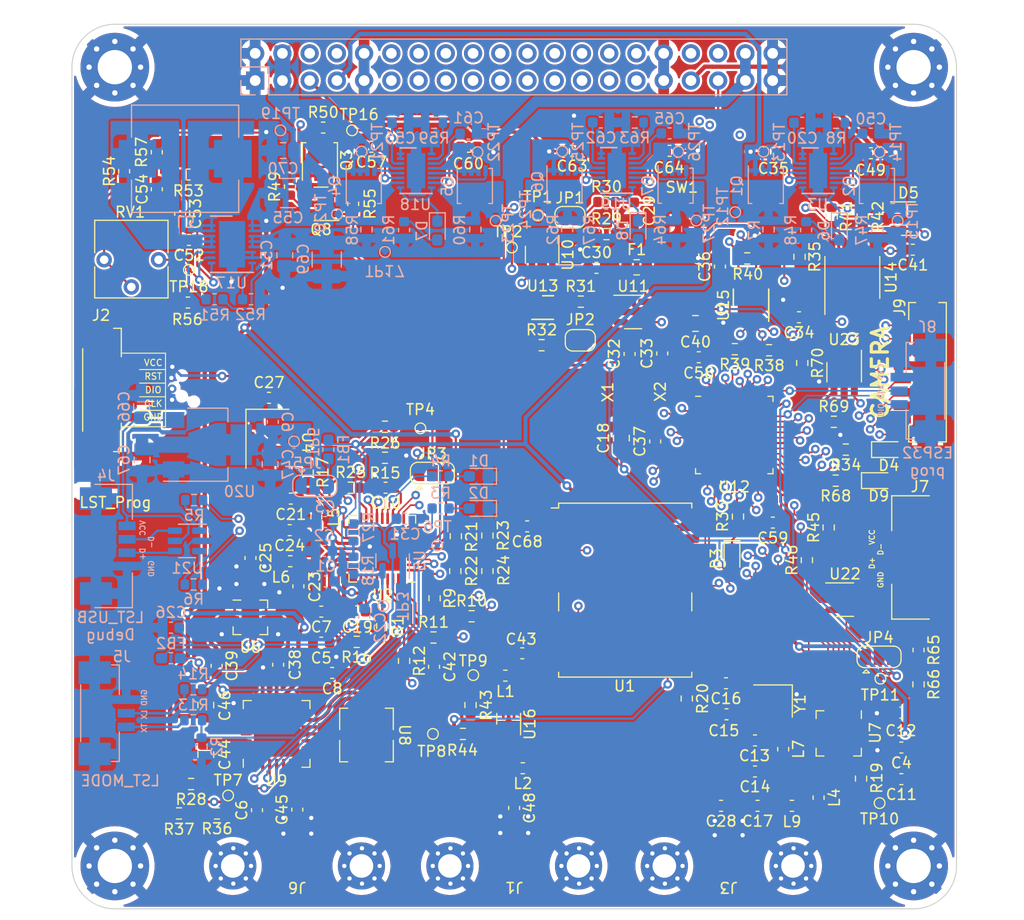
<source format=kicad_pcb>
(kicad_pcb (version 20211014) (generator pcbnew)

  (general
    (thickness 4.69)
  )

  (paper "A4")
  (layers
    (0 "F.Cu" signal)
    (1 "In1.Cu" signal)
    (2 "In2.Cu" signal)
    (31 "B.Cu" signal)
    (32 "B.Adhes" user "B.Adhesive")
    (33 "F.Adhes" user "F.Adhesive")
    (34 "B.Paste" user)
    (35 "F.Paste" user)
    (36 "B.SilkS" user "B.Silkscreen")
    (37 "F.SilkS" user "F.Silkscreen")
    (38 "B.Mask" user)
    (39 "F.Mask" user)
    (40 "Dwgs.User" user "User.Drawings")
    (41 "Cmts.User" user "User.Comments")
    (42 "Eco1.User" user "User.Eco1")
    (43 "Eco2.User" user "User.Eco2")
    (44 "Edge.Cuts" user)
    (45 "Margin" user)
    (46 "B.CrtYd" user "B.Courtyard")
    (47 "F.CrtYd" user "F.Courtyard")
    (48 "B.Fab" user)
    (49 "F.Fab" user)
    (50 "User.1" user)
    (51 "User.2" user)
    (52 "User.3" user)
    (53 "User.4" user)
    (54 "User.5" user)
    (55 "User.6" user)
    (56 "User.7" user)
    (57 "User.8" user)
    (58 "User.9" user)
  )

  (setup
    (stackup
      (layer "F.SilkS" (type "Top Silk Screen"))
      (layer "F.Paste" (type "Top Solder Paste"))
      (layer "F.Mask" (type "Top Solder Mask") (thickness 0.01))
      (layer "F.Cu" (type "copper") (thickness 0.035))
      (layer "dielectric 1" (type "core") (thickness 1.51) (material "FR4") (epsilon_r 4.5) (loss_tangent 0.02))
      (layer "In1.Cu" (type "copper") (thickness 0.035))
      (layer "dielectric 2" (type "prepreg") (thickness 1.51) (material "FR4") (epsilon_r 4.5) (loss_tangent 0.02))
      (layer "In2.Cu" (type "copper") (thickness 0.035))
      (layer "dielectric 3" (type "core") (thickness 1.51) (material "FR4") (epsilon_r 4.5) (loss_tangent 0.02))
      (layer "B.Cu" (type "copper") (thickness 0.035))
      (layer "B.Mask" (type "Bottom Solder Mask") (thickness 0.01))
      (layer "B.Paste" (type "Bottom Solder Paste"))
      (layer "B.SilkS" (type "Bottom Silk Screen"))
      (copper_finish "None")
      (dielectric_constraints no)
    )
    (pad_to_mask_clearance 0)
    (pcbplotparams
      (layerselection 0x00010fc_ffffffff)
      (disableapertmacros false)
      (usegerberextensions false)
      (usegerberattributes true)
      (usegerberadvancedattributes true)
      (creategerberjobfile true)
      (svguseinch false)
      (svgprecision 6)
      (excludeedgelayer true)
      (plotframeref false)
      (viasonmask false)
      (mode 1)
      (useauxorigin false)
      (hpglpennumber 1)
      (hpglpenspeed 20)
      (hpglpendiameter 15.000000)
      (dxfpolygonmode true)
      (dxfimperialunits true)
      (dxfusepcbnewfont true)
      (psnegative false)
      (psa4output false)
      (plotreference true)
      (plotvalue true)
      (plotinvisibletext false)
      (sketchpadsonfab false)
      (subtractmaskfromsilk false)
      (outputformat 1)
      (mirror false)
      (drillshape 1)
      (scaleselection 1)
      (outputdirectory "")
    )
  )

  (net 0 "")
  (net 1 "Net-(C1-Pad1)")
  (net 2 "GND")
  (net 3 "+3V3")
  (net 4 "/OpenLST (Beacon)/PA_VAPC")
  (net 5 "+3V8")
  (net 6 "/OpenLST (Beacon)/VDD_USB_LST")
  (net 7 "Net-(C12-Pad1)")
  (net 8 "Net-(C13-Pad2)")
  (net 9 "Net-(C15-Pad1)")
  (net 10 "Net-(C16-Pad1)")
  (net 11 "Net-(C17-Pad1)")
  (net 12 "Net-(C17-Pad2)")
  (net 13 "/MCU/MCU_POWER")
  (net 14 "Net-(C19-Pad1)")
  (net 15 "/3V3 power share/VCC_EN")
  (net 16 "Net-(C21-Pad2)")
  (net 17 "Net-(C22-Pad1)")
  (net 18 "Net-(C23-Pad2)")
  (net 19 "Net-(C24-Pad1)")
  (net 20 "Net-(C24-Pad2)")
  (net 21 "Net-(C25-Pad2)")
  (net 22 "Net-(C26-Pad1)")
  (net 23 "Net-(C29-Pad1)")
  (net 24 "/3V3 power share/EPS#1")
  (net 25 "Net-(C35-Pad2)")
  (net 26 "Net-(C38-Pad1)")
  (net 27 "Net-(C38-Pad2)")
  (net 28 "Net-(C39-Pad1)")
  (net 29 "Net-(C39-Pad2)")
  (net 30 "/MCU/VREF")
  (net 31 "Net-(C42-Pad1)")
  (net 32 "Net-(C43-Pad1)")
  (net 33 "Net-(C43-Pad2)")
  (net 34 "Net-(C45-Pad1)")
  (net 35 "Net-(C45-Pad2)")
  (net 36 "Net-(C48-Pad1)")
  (net 37 "Net-(C48-Pad2)")
  (net 38 "Net-(C49-Pad1)")
  (net 39 "/3V3 power share/EPS#2")
  (net 40 "Net-(C50-Pad1)")
  (net 41 "VIN")
  (net 42 "Net-(C52-Pad1)")
  (net 43 "Net-(C52-Pad2)")
  (net 44 "Net-(C53-Pad1)")
  (net 45 "Net-(C54-Pad1)")
  (net 46 "/Power Convertor/VBAT1/VCC_EN")
  (net 47 "/Power Convertor/EPS#1_VBAT")
  (net 48 "Net-(C57-Pad2)")
  (net 49 "Net-(C60-Pad1)")
  (net 50 "/Power Convertor/EPS#2_VBAT")
  (net 51 "Net-(C61-Pad1)")
  (net 52 "/5V power share/VCC_EN")
  (net 53 "/5V power share/EPS#1")
  (net 54 "Net-(C63-Pad2)")
  (net 55 "Net-(C64-Pad1)")
  (net 56 "/5V power share/EPS#2")
  (net 57 "Net-(C65-Pad1)")
  (net 58 "/OpenLST (Beacon)/USB_POWER_LST")
  (net 59 "Net-(D1-Pad2)")
  (net 60 "Net-(D2-Pad2)")
  (net 61 "Net-(D3-Pad1)")
  (net 62 "Net-(D4-Pad1)")
  (net 63 "/MCU/CAN_L")
  (net 64 "/MCU/CAN_H")
  (net 65 "Net-(D6-Pad1)")
  (net 66 "Net-(D6-Pad2)")
  (net 67 "Net-(D7-Pad1)")
  (net 68 "Net-(D7-Pad2)")
  (net 69 "Net-(D8-Pad1)")
  (net 70 "Net-(D8-Pad2)")
  (net 71 "Net-(D9-Pad1)")
  (net 72 "Net-(F1-Pad2)")
  (net 73 "Net-(FB1-Pad1)")
  (net 74 "/OpenLST (Beacon)/PROG_DD")
  (net 75 "/OpenLST (Beacon)/PROG_DC")
  (net 76 "/OpenLST (Beacon)/~{LST_RESET}")
  (net 77 "/MCU/USB_POWER")
  (net 78 "/MCU/SWCLK")
  (net 79 "/MCU/SWDIO")
  (net 80 "/MCU/QSPI_D1{slash}CAM_CSN")
  (net 81 "/MCU/QSPI_D2{slash}CAM_MOSI")
  (net 82 "/MCU/QSPI_D3{slash}CAM_MISO")
  (net 83 "/MCU/LED1_QSPI")
  (net 84 "+5V")
  (net 85 "/I2C_SDA")
  (net 86 "/I2C_SCL")
  (net 87 "unconnected-(J12-Pad6)")
  (net 88 "unconnected-(J12-Pad8)")
  (net 89 "unconnected-(J12-Pad11)")
  (net 90 "unconnected-(J12-Pad12)")
  (net 91 "unconnected-(J12-Pad13)")
  (net 92 "unconnected-(J12-Pad14)")
  (net 93 "unconnected-(J12-Pad15)")
  (net 94 "unconnected-(J12-Pad16)")
  (net 95 "unconnected-(J12-Pad17)")
  (net 96 "unconnected-(J12-Pad18)")
  (net 97 "/MCU/RS_485_~{B}")
  (net 98 "/MCU/RS_485_A")
  (net 99 "unconnected-(J12-Pad23)")
  (net 100 "unconnected-(J12-Pad24)")
  (net 101 "/MCU/LED1_CAM")
  (net 102 "/MCU/QSPI_SCK")
  (net 103 "/MCU/QSPI_NCS")
  (net 104 "unconnected-(J12-Pad34)")
  (net 105 "unconnected-(J12-Pad36)")
  (net 106 "Net-(JP1-Pad1)")
  (net 107 "/MCU/NRST")
  (net 108 "Net-(JP2-Pad1)")
  (net 109 "Net-(JP2-Pad2)")
  (net 110 "/OpenLST (Beacon)/RF_EN")
  (net 111 "/OpenLST (Beacon)/RF_EN_MCU")
  (net 112 "/OpenLST (Beacon)/RF_PWR_EN")
  (net 113 "Net-(JP4-Pad3)")
  (net 114 "/MCU/VDD_USB")
  (net 115 "Net-(L3-Pad1)")
  (net 116 "Net-(L3-Pad2)")
  (net 117 "Net-(L4-Pad1)")
  (net 118 "Net-(L4-Pad2)")
  (net 119 "Net-(Q1-Pad5)")
  (net 120 "Net-(Q1-Pad4)")
  (net 121 "Net-(Q2-Pad4)")
  (net 122 "Net-(Q2-Pad5)")
  (net 123 "Net-(Q3-Pad4)")
  (net 124 "Net-(Q3-Pad5)")
  (net 125 "Net-(Q4-Pad5)")
  (net 126 "Net-(Q4-Pad4)")
  (net 127 "Net-(Q5-Pad4)")
  (net 128 "Net-(Q5-Pad5)")
  (net 129 "Net-(Q6-Pad5)")
  (net 130 "Net-(Q6-Pad4)")
  (net 131 "Net-(Q7-Pad4)")
  (net 132 "Net-(Q7-Pad5)")
  (net 133 "/OpenLST (Beacon)/~{LST_RX_MODE}")
  (net 134 "/OpenLST (Beacon)/LST_TX_MODE")
  (net 135 "Net-(R3-Pad2)")
  (net 136 "Net-(R4-Pad2)")
  (net 137 "Net-(R5-Pad1)")
  (net 138 "/OpenLST (Beacon)/USB_N")
  (net 139 "/OpenLST (Beacon)/USB_P")
  (net 140 "Net-(R6-Pad2)")
  (net 141 "Net-(R8-Pad2)")
  (net 142 "Net-(R9-Pad1)")
  (net 143 "/OpenLST (Beacon)/UART0_CTS")
  (net 144 "Net-(R10-Pad1)")
  (net 145 "/OpenLST (Beacon)/UART0_RTS")
  (net 146 "Net-(R11-Pad1)")
  (net 147 "/OpenLST (Beacon)/UART0_RX")
  (net 148 "Net-(R12-Pad1)")
  (net 149 "/OpenLST (Beacon)/UART0_TX")
  (net 150 "Net-(R15-Pad2)")
  (net 151 "Net-(R16-Pad2)")
  (net 152 "Net-(R17-Pad1)")
  (net 153 "Net-(R17-Pad2)")
  (net 154 "Net-(R19-Pad2)")
  (net 155 "/OpenLST (Beacon)/AN0")
  (net 156 "/OpenLST (Beacon)/AN1")
  (net 157 "Net-(R25-Pad2)")
  (net 158 "/OpenLST (Beacon)/RF_BYP")
  (net 159 "Net-(R32-Pad1)")
  (net 160 "/MCU/LED2")
  (net 161 "/MCU/CAN_RS")
  (net 162 "/MCU/RS_485_R_EN")
  (net 163 "/MCU/RS_485_T_EN")
  (net 164 "Net-(R43-Pad2)")
  (net 165 "Net-(R44-Pad1)")
  (net 166 "Net-(R44-Pad2)")
  (net 167 "Net-(R45-Pad1)")
  (net 168 "/MCU/USB_N")
  (net 169 "/MCU/USB_P")
  (net 170 "Net-(R46-Pad2)")
  (net 171 "Net-(R51-Pad2)")
  (net 172 "Net-(R52-Pad1)")
  (net 173 "Net-(R54-Pad2)")
  (net 174 "Net-(R59-Pad2)")
  (net 175 "Net-(R63-Pad2)")
  (net 176 "unconnected-(U1-Pad1)")
  (net 177 "unconnected-(U1-Pad3)")
  (net 178 "/GPS Module/IRQ")
  (net 179 "unconnected-(U1-Pad5)")
  (net 180 "unconnected-(U1-Pad6)")
  (net 181 "/GPS Module/RESET")
  (net 182 "unconnected-(U1-Pad15)")
  (net 183 "unconnected-(U1-Pad16)")
  (net 184 "unconnected-(U1-Pad17)")
  (net 185 "/GPS Module/TXD")
  (net 186 "/GPS Module/RXD")
  (net 187 "unconnected-(U2-Pad8)")
  (net 188 "unconnected-(U2-Pad18)")
  (net 189 "unconnected-(U2-Pad20)")
  (net 190 "/MCU/NRF_CE")
  (net 191 "/MCU/NRF_SPI_CSN")
  (net 192 "/MCU/NRF_SPI_SCK")
  (net 193 "/MCU/NRF_SPI_MOSI")
  (net 194 "/MCU/NRF_SPI_MISO")
  (net 195 "/MCU/NRF_IRQ")
  (net 196 "Net-(U8-Pad2)")
  (net 197 "Net-(U8-Pad6)")
  (net 198 "unconnected-(U9-Pad14)")
  (net 199 "unconnected-(U9-Pad16)")
  (net 200 "unconnected-(U9-Pad25)")
  (net 201 "unconnected-(U10-Pad3)")
  (net 202 "/MCU/WDG_RESET")
  (net 203 "unconnected-(U11-Pad3)")
  (net 204 "unconnected-(U12-Pad1)")
  (net 205 "/MCU/LSE")
  (net 206 "/MCU/HSE")
  (net 207 "/MCU/CAN_RX")
  (net 208 "/MCU/CAN_TX")
  (net 209 "unconnected-(U13-Pad3)")
  (net 210 "/MCU/RS_485_R")
  (net 211 "/MCU/RS_485_T")
  (net 212 "unconnected-(U15-Pad7)")
  (net 213 "unconnected-(X1-Pad1)")
  (net 214 "unconnected-(U6-Pad4)")
  (net 215 "/camera/CAM_VCC")
  (net 216 "Net-(R70-Pad1)")
  (net 217 "Net-(J4-Pad2)")
  (net 218 "Net-(J4-Pad3)")
  (net 219 "Net-(J5-Pad1)")
  (net 220 "Net-(J5-Pad2)")
  (net 221 "Net-(U22-Pad4)")
  (net 222 "Net-(U22-Pad6)")

  (footprint "Capacitor_SMD:C_0805_2012Metric_Pad1.18x1.45mm_HandSolder" (layer "F.Cu") (at 143.1544 71.9044))

  (footprint "TCY_Buttons:KMT031NGJLHS" (layer "F.Cu") (at 141.8844 61.5881))

  (footprint "Resistor_SMD:R_0603_1608Metric" (layer "F.Cu") (at 98.5276 117.602))

  (footprint "Resistor_SMD:R_0603_1608Metric" (layer "F.Cu") (at 158.75 61.9252 -90))

  (footprint "Package_DFN_QFN:QFN-20-1EP_4x4mm_P0.5mm_EP2.5x2.5mm" (layer "F.Cu") (at 156.5148 110.1344 -90))

  (footprint "MountingHole:MountingHole_3.2mm_M3_Pad_Via" (layer "F.Cu") (at 163.5 122.5))

  (footprint "Resistor_SMD:R_0603_1608Metric" (layer "F.Cu") (at 120.8024 91.7448 90))

  (footprint "Capacitor_SMD:C_0603_1608Metric" (layer "F.Cu") (at 98.4905 103.8352 -90))

  (footprint "Resistor_SMD:R_0603_1608Metric" (layer "F.Cu") (at 147.9804 65.8368 180))

  (footprint "Inductor_SMD:L_0603_1608Metric" (layer "F.Cu") (at 107.7976 89.9668 -90))

  (footprint "Resistor_SMD:R_0603_1608Metric" (layer "F.Cu") (at 121.4628 110.1852))

  (footprint "MountingHole:MountingHole_3.2mm_M3_Pad_Via" (layer "F.Cu") (at 89 48))

  (footprint "Package_TO_SOT_SMD:SOT-23-6" (layer "F.Cu") (at 157.099 97.663))

  (footprint "Capacitor_SMD:C_0603_1608Metric" (layer "F.Cu") (at 105.41 88.2396))

  (footprint "Capacitor_SMD:C_0603_1608Metric" (layer "F.Cu") (at 127.4572 90.8304 180))

  (footprint "Capacitor_SMD:C_0603_1608Metric" (layer "F.Cu") (at 152.8064 71.3232 180))

  (footprint "Resistor_SMD:R_0603_1608Metric" (layer "F.Cu") (at 153.1112 75.5904 -90))

  (footprint "Capacitor_SMD:C_0603_1608Metric" (layer "F.Cu") (at 114.2492 87.2236 180))

  (footprint "Inductor_SMD:L_0603_1608Metric" (layer "F.Cu") (at 127.0508 113.3856))

  (footprint "RF_GPS:ublox_NEO" (layer "F.Cu") (at 136.6012 96.774))

  (footprint "Package_TO_SOT_SMD:SOT-23-6_Handsoldering" (layer "F.Cu") (at 157.0228 76.454 -90))

  (footprint "Capacitor_SMD:C_0603_1608Metric" (layer "F.Cu") (at 108.2548 98.7792 180))

  (footprint "Inductor_SMD:L_0603_1608Metric" (layer "F.Cu") (at 105.3344 59.1454 90))

  (footprint "Resistor_SMD:R_0603_1608Metric" (layer "F.Cu") (at 158.5976 114.3508 90))

  (footprint "Jumper:SolderJumper-2_P1.3mm_Open_RoundedPad1.0x1.5mm" (layer "F.Cu") (at 132.4108 73.4753 180))

  (footprint "Capacitor_SMD:C_0603_1608Metric" (layer "F.Cu") (at 118.7704 103.9238 90))

  (footprint "Jumper:SolderJumper-2_P1.3mm_Open_RoundedPad1.0x1.5mm" (layer "F.Cu") (at 131.4456 61.9945))

  (footprint "Inductor_SMD:L_0603_1608Metric" (layer "F.Cu") (at 95.8596 58.0136))

  (footprint "Capacitor_SMD:C_0603_1608Metric" (layer "F.Cu") (at 133.9218 66.7189))

  (footprint "Capacitor_SMD:C_0603_1608Metric" (layer "F.Cu") (at 127 102.6668 180))

  (footprint "Jumper:SolderJumper-3_P1.3mm_Open_RoundedPad1.0x1.5mm" (layer "F.Cu") (at 160.274 102.997))

  (footprint "Capacitor_SMD:C_0603_1608Metric" (layer "F.Cu") (at 148.7046 113.6904))

  (footprint "MountingHole:MountingHole_3.2mm_M3_Pad_Via" (layer "F.Cu") (at 163.5 48))

  (footprint "Resistor_SMD:R_0603_1608Metric" (layer "F.Cu") (at 111.5568 101.6 180))

  (footprint "Resistor_SMD:R_0603_1608Metric" (layer "F.Cu") (at 118.8212 97.536 -90))

  (footprint "Resistor_SMD:R_0603_1608Metric" (layer "F.Cu") (at 134.8492 60.5721))

  (footprint "Resistor_SMD:R_0603_1608Metric" (layer "F.Cu") (at 157.1752 83.6676 180))

  (footprint "Capacitor_SMD:C_0603_1608Metric" (layer "F.Cu") (at 122.0216 55.4228))

  (footprint "TCY_Connector:TestPoint_Pad_D0.5mm" (layer "F.Cu") (at 122.428 104.6988))

  (footprint "Resistor_SMD:R_0603_1608Metric" (layer "F.Cu") (at 123.7488 94.996 90))

  (footprint "Resistor_SMD:R_0603_1608Metric" (layer "F.Cu") (at 115.9764 103.378 -90))

  (footprint "Capacitor_SMD:C_0603_1608Metric" (layer "F.Cu") (at 139.3952 82.9056 90))

  (footprint "Resistor_SMD:R_0603_1608Metric" (layer "F.Cu") (at 155.575 90.932 90))

  (footprint "Resistor_SMD:R_0603_1608Metric" (layer "F.Cu") (at 110.998 87.2236))

  (footprint "Resistor_SMD:R_0603_1608Metric" (layer "F.Cu") (at 113.9444 100.1268 90))

  (footprint "footprints:iPEX" (layer "F.Cu") (at 146.25 122.5 180))

  (footprint "Capacitor_SMD:C_0603_1608Metric" (layer "F.Cu") (at 145.542 116.8908 180))

  (footprint "TCY_Connector:TestPoint_Pad_D0.5mm" (layer "F.Cu") (at 160.401 105.029))

  (footprint "Capacitor_SMD:C_0603_1608Metric" (layer "F.Cu") (at 162.3568 114.4016 180))

  (footprint "Capacitor_SMD:C_0603_1608Metric" (layer "F.Cu") (at 112.9284 55.4228))

  (footprint "Inductor_SMD:L_0603_1608Metric" (layer "F.Cu") (at 151.3332 111.6076 -90))

  (footprint "Capacitor_SMD:C_0603_1608Metric" (layer "F.Cu") (at 137.414 61.3849 -90))

  (footprint "Capacitor_SMD:C_0603_1608Metric" (layer "F.Cu") (at 159.517223 56.0263))

  (footprint "Resistor_SMD:R_0603_1608Metric" (layer "F.Cu") (at 142.3416 106.8832 90))

  (footprint "Resistor_SMD:R_0603_1608Metric" (layer "F.Cu") (at 120.7516 94.996 90))

  (footprint "Resistor_SMD:R_0603_1608Metric" (layer "F.Cu") (at 163.957 105.5624 -90))

  (footprint "footprints:iPEX" (layer "F.Cu")
    (tedit 62249243) (tstamp 5e845d28-b090-4cbe-b836-36c12cd256a2)
    (at 106 122.5 180)
    (property "Sheetfile" "OpenLST.kicad_sch")
    (property "Sheetname" "OpenLST (Beacon)")
    (path "/829b2795-9702-4633-a078-e2998d6d9402/bd95501b-0179-41e8-b4ae-aa683068528d")
    (attr smd)
    (fp_text reference "J6" (at 0 -2 180 unlocked) (layer "F.SilkS")
      (effects (font (size 1 1) (thickness 0.15)))
      (tstamp 01a309ae-24f0-425f-8e66-62836d44754f)
    )
    (fp_text value "iPEX" (at 0 3.25 180 unlocked) (layer "F.Fab")
      (e
... [3616273 chars truncated]
</source>
